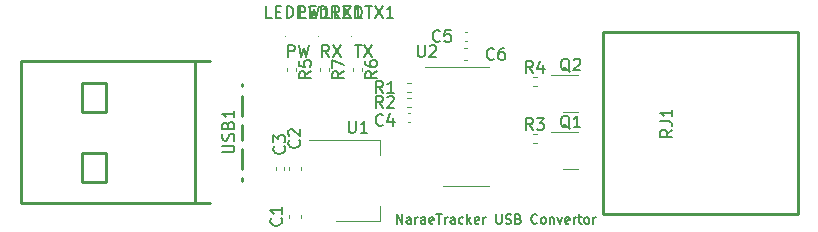
<source format=gbr>
%TF.GenerationSoftware,KiCad,Pcbnew,(6.0.4)*%
%TF.CreationDate,2023-01-25T09:54:27+09:00*%
%TF.ProjectId,naraetracker-usb-convertor,6e617261-6574-4726-9163-6b65722d7573,rev?*%
%TF.SameCoordinates,Original*%
%TF.FileFunction,Legend,Top*%
%TF.FilePolarity,Positive*%
%FSLAX46Y46*%
G04 Gerber Fmt 4.6, Leading zero omitted, Abs format (unit mm)*
G04 Created by KiCad (PCBNEW (6.0.4)) date 2023-01-25 09:54:27*
%MOMM*%
%LPD*%
G01*
G04 APERTURE LIST*
%ADD10C,0.150000*%
%ADD11C,0.200000*%
%ADD12C,0.120000*%
%ADD13C,0.100000*%
%ADD14C,0.250000*%
G04 APERTURE END LIST*
D10*
X119381047Y-96627904D02*
X119381047Y-95827904D01*
X119838190Y-96627904D01*
X119838190Y-95827904D01*
X120562000Y-96627904D02*
X120562000Y-96208857D01*
X120523904Y-96132666D01*
X120447714Y-96094571D01*
X120295333Y-96094571D01*
X120219142Y-96132666D01*
X120562000Y-96589809D02*
X120485809Y-96627904D01*
X120295333Y-96627904D01*
X120219142Y-96589809D01*
X120181047Y-96513619D01*
X120181047Y-96437428D01*
X120219142Y-96361238D01*
X120295333Y-96323142D01*
X120485809Y-96323142D01*
X120562000Y-96285047D01*
X120942952Y-96627904D02*
X120942952Y-96094571D01*
X120942952Y-96246952D02*
X120981047Y-96170761D01*
X121019142Y-96132666D01*
X121095333Y-96094571D01*
X121171523Y-96094571D01*
X121781047Y-96627904D02*
X121781047Y-96208857D01*
X121742952Y-96132666D01*
X121666761Y-96094571D01*
X121514380Y-96094571D01*
X121438190Y-96132666D01*
X121781047Y-96589809D02*
X121704857Y-96627904D01*
X121514380Y-96627904D01*
X121438190Y-96589809D01*
X121400095Y-96513619D01*
X121400095Y-96437428D01*
X121438190Y-96361238D01*
X121514380Y-96323142D01*
X121704857Y-96323142D01*
X121781047Y-96285047D01*
X122466761Y-96589809D02*
X122390571Y-96627904D01*
X122238190Y-96627904D01*
X122162000Y-96589809D01*
X122123904Y-96513619D01*
X122123904Y-96208857D01*
X122162000Y-96132666D01*
X122238190Y-96094571D01*
X122390571Y-96094571D01*
X122466761Y-96132666D01*
X122504857Y-96208857D01*
X122504857Y-96285047D01*
X122123904Y-96361238D01*
X122733428Y-95827904D02*
X123190571Y-95827904D01*
X122962000Y-96627904D02*
X122962000Y-95827904D01*
X123457238Y-96627904D02*
X123457238Y-96094571D01*
X123457238Y-96246952D02*
X123495333Y-96170761D01*
X123533428Y-96132666D01*
X123609619Y-96094571D01*
X123685809Y-96094571D01*
X124295333Y-96627904D02*
X124295333Y-96208857D01*
X124257238Y-96132666D01*
X124181047Y-96094571D01*
X124028666Y-96094571D01*
X123952476Y-96132666D01*
X124295333Y-96589809D02*
X124219142Y-96627904D01*
X124028666Y-96627904D01*
X123952476Y-96589809D01*
X123914380Y-96513619D01*
X123914380Y-96437428D01*
X123952476Y-96361238D01*
X124028666Y-96323142D01*
X124219142Y-96323142D01*
X124295333Y-96285047D01*
X125019142Y-96589809D02*
X124942952Y-96627904D01*
X124790571Y-96627904D01*
X124714380Y-96589809D01*
X124676285Y-96551714D01*
X124638190Y-96475523D01*
X124638190Y-96246952D01*
X124676285Y-96170761D01*
X124714380Y-96132666D01*
X124790571Y-96094571D01*
X124942952Y-96094571D01*
X125019142Y-96132666D01*
X125362000Y-96627904D02*
X125362000Y-95827904D01*
X125438190Y-96323142D02*
X125666761Y-96627904D01*
X125666761Y-96094571D02*
X125362000Y-96399333D01*
X126314380Y-96589809D02*
X126238190Y-96627904D01*
X126085809Y-96627904D01*
X126009619Y-96589809D01*
X125971523Y-96513619D01*
X125971523Y-96208857D01*
X126009619Y-96132666D01*
X126085809Y-96094571D01*
X126238190Y-96094571D01*
X126314380Y-96132666D01*
X126352476Y-96208857D01*
X126352476Y-96285047D01*
X125971523Y-96361238D01*
X126695333Y-96627904D02*
X126695333Y-96094571D01*
X126695333Y-96246952D02*
X126733428Y-96170761D01*
X126771523Y-96132666D01*
X126847714Y-96094571D01*
X126923904Y-96094571D01*
X127800095Y-95827904D02*
X127800095Y-96475523D01*
X127838190Y-96551714D01*
X127876285Y-96589809D01*
X127952476Y-96627904D01*
X128104857Y-96627904D01*
X128181047Y-96589809D01*
X128219142Y-96551714D01*
X128257238Y-96475523D01*
X128257238Y-95827904D01*
X128600095Y-96589809D02*
X128714380Y-96627904D01*
X128904857Y-96627904D01*
X128981047Y-96589809D01*
X129019142Y-96551714D01*
X129057238Y-96475523D01*
X129057238Y-96399333D01*
X129019142Y-96323142D01*
X128981047Y-96285047D01*
X128904857Y-96246952D01*
X128752476Y-96208857D01*
X128676285Y-96170761D01*
X128638190Y-96132666D01*
X128600095Y-96056476D01*
X128600095Y-95980285D01*
X128638190Y-95904095D01*
X128676285Y-95866000D01*
X128752476Y-95827904D01*
X128942952Y-95827904D01*
X129057238Y-95866000D01*
X129666761Y-96208857D02*
X129781047Y-96246952D01*
X129819142Y-96285047D01*
X129857238Y-96361238D01*
X129857238Y-96475523D01*
X129819142Y-96551714D01*
X129781047Y-96589809D01*
X129704857Y-96627904D01*
X129400095Y-96627904D01*
X129400095Y-95827904D01*
X129666761Y-95827904D01*
X129742952Y-95866000D01*
X129781047Y-95904095D01*
X129819142Y-95980285D01*
X129819142Y-96056476D01*
X129781047Y-96132666D01*
X129742952Y-96170761D01*
X129666761Y-96208857D01*
X129400095Y-96208857D01*
X131266761Y-96551714D02*
X131228666Y-96589809D01*
X131114380Y-96627904D01*
X131038190Y-96627904D01*
X130923904Y-96589809D01*
X130847714Y-96513619D01*
X130809619Y-96437428D01*
X130771523Y-96285047D01*
X130771523Y-96170761D01*
X130809619Y-96018380D01*
X130847714Y-95942190D01*
X130923904Y-95866000D01*
X131038190Y-95827904D01*
X131114380Y-95827904D01*
X131228666Y-95866000D01*
X131266761Y-95904095D01*
X131723904Y-96627904D02*
X131647714Y-96589809D01*
X131609619Y-96551714D01*
X131571523Y-96475523D01*
X131571523Y-96246952D01*
X131609619Y-96170761D01*
X131647714Y-96132666D01*
X131723904Y-96094571D01*
X131838190Y-96094571D01*
X131914380Y-96132666D01*
X131952476Y-96170761D01*
X131990571Y-96246952D01*
X131990571Y-96475523D01*
X131952476Y-96551714D01*
X131914380Y-96589809D01*
X131838190Y-96627904D01*
X131723904Y-96627904D01*
X132333428Y-96094571D02*
X132333428Y-96627904D01*
X132333428Y-96170761D02*
X132371523Y-96132666D01*
X132447714Y-96094571D01*
X132562000Y-96094571D01*
X132638190Y-96132666D01*
X132676285Y-96208857D01*
X132676285Y-96627904D01*
X132981047Y-96094571D02*
X133171523Y-96627904D01*
X133362000Y-96094571D01*
X133971523Y-96589809D02*
X133895333Y-96627904D01*
X133742952Y-96627904D01*
X133666761Y-96589809D01*
X133628666Y-96513619D01*
X133628666Y-96208857D01*
X133666761Y-96132666D01*
X133742952Y-96094571D01*
X133895333Y-96094571D01*
X133971523Y-96132666D01*
X134009619Y-96208857D01*
X134009619Y-96285047D01*
X133628666Y-96361238D01*
X134352476Y-96627904D02*
X134352476Y-96094571D01*
X134352476Y-96246952D02*
X134390571Y-96170761D01*
X134428666Y-96132666D01*
X134504857Y-96094571D01*
X134581047Y-96094571D01*
X134733428Y-96094571D02*
X135038190Y-96094571D01*
X134847714Y-95827904D02*
X134847714Y-96513619D01*
X134885809Y-96589809D01*
X134962000Y-96627904D01*
X135038190Y-96627904D01*
X135419142Y-96627904D02*
X135342952Y-96589809D01*
X135304857Y-96551714D01*
X135266761Y-96475523D01*
X135266761Y-96246952D01*
X135304857Y-96170761D01*
X135342952Y-96132666D01*
X135419142Y-96094571D01*
X135533428Y-96094571D01*
X135609619Y-96132666D01*
X135647714Y-96170761D01*
X135685809Y-96246952D01*
X135685809Y-96475523D01*
X135647714Y-96551714D01*
X135609619Y-96589809D01*
X135533428Y-96627904D01*
X135419142Y-96627904D01*
X136028666Y-96627904D02*
X136028666Y-96094571D01*
X136028666Y-96246952D02*
X136066761Y-96170761D01*
X136104857Y-96132666D01*
X136181047Y-96094571D01*
X136257238Y-96094571D01*
D11*
X110164666Y-82494380D02*
X110164666Y-81494380D01*
X110545619Y-81494380D01*
X110640857Y-81542000D01*
X110688476Y-81589619D01*
X110736095Y-81684857D01*
X110736095Y-81827714D01*
X110688476Y-81922952D01*
X110640857Y-81970571D01*
X110545619Y-82018190D01*
X110164666Y-82018190D01*
X111069428Y-81494380D02*
X111307523Y-82494380D01*
X111498000Y-81780095D01*
X111688476Y-82494380D01*
X111926571Y-81494380D01*
X113625333Y-82494380D02*
X113292000Y-82018190D01*
X113053904Y-82494380D02*
X113053904Y-81494380D01*
X113434857Y-81494380D01*
X113530095Y-81542000D01*
X113577714Y-81589619D01*
X113625333Y-81684857D01*
X113625333Y-81827714D01*
X113577714Y-81922952D01*
X113530095Y-81970571D01*
X113434857Y-82018190D01*
X113053904Y-82018190D01*
X113958666Y-81494380D02*
X114625333Y-82494380D01*
X114625333Y-81494380D02*
X113958666Y-82494380D01*
X115824095Y-81494380D02*
X116395523Y-81494380D01*
X116109809Y-82494380D02*
X116109809Y-81494380D01*
X116633619Y-81494380D02*
X117300285Y-82494380D01*
X117300285Y-81494380D02*
X116633619Y-82494380D01*
D10*
%TO.C,U2*%
X121158095Y-81494380D02*
X121158095Y-82303904D01*
X121205714Y-82399142D01*
X121253333Y-82446761D01*
X121348571Y-82494380D01*
X121539047Y-82494380D01*
X121634285Y-82446761D01*
X121681904Y-82399142D01*
X121729523Y-82303904D01*
X121729523Y-81494380D01*
X122158095Y-81589619D02*
X122205714Y-81542000D01*
X122300952Y-81494380D01*
X122539047Y-81494380D01*
X122634285Y-81542000D01*
X122681904Y-81589619D01*
X122729523Y-81684857D01*
X122729523Y-81780095D01*
X122681904Y-81922952D01*
X122110476Y-82494380D01*
X122729523Y-82494380D01*
%TO.C,C1*%
X109577142Y-96165666D02*
X109624761Y-96213285D01*
X109672380Y-96356142D01*
X109672380Y-96451380D01*
X109624761Y-96594238D01*
X109529523Y-96689476D01*
X109434285Y-96737095D01*
X109243809Y-96784714D01*
X109100952Y-96784714D01*
X108910476Y-96737095D01*
X108815238Y-96689476D01*
X108720000Y-96594238D01*
X108672380Y-96451380D01*
X108672380Y-96356142D01*
X108720000Y-96213285D01*
X108767619Y-96165666D01*
X109672380Y-95213285D02*
X109672380Y-95784714D01*
X109672380Y-95499000D02*
X108672380Y-95499000D01*
X108815238Y-95594238D01*
X108910476Y-95689476D01*
X108958095Y-95784714D01*
%TO.C,R4*%
X130897333Y-83864380D02*
X130564000Y-83388190D01*
X130325904Y-83864380D02*
X130325904Y-82864380D01*
X130706857Y-82864380D01*
X130802095Y-82912000D01*
X130849714Y-82959619D01*
X130897333Y-83054857D01*
X130897333Y-83197714D01*
X130849714Y-83292952D01*
X130802095Y-83340571D01*
X130706857Y-83388190D01*
X130325904Y-83388190D01*
X131754476Y-83197714D02*
X131754476Y-83864380D01*
X131516380Y-82816761D02*
X131278285Y-83531047D01*
X131897333Y-83531047D01*
%TO.C,C5*%
X123023333Y-81129142D02*
X122975714Y-81176761D01*
X122832857Y-81224380D01*
X122737619Y-81224380D01*
X122594761Y-81176761D01*
X122499523Y-81081523D01*
X122451904Y-80986285D01*
X122404285Y-80795809D01*
X122404285Y-80652952D01*
X122451904Y-80462476D01*
X122499523Y-80367238D01*
X122594761Y-80272000D01*
X122737619Y-80224380D01*
X122832857Y-80224380D01*
X122975714Y-80272000D01*
X123023333Y-80319619D01*
X123928095Y-80224380D02*
X123451904Y-80224380D01*
X123404285Y-80700571D01*
X123451904Y-80652952D01*
X123547142Y-80605333D01*
X123785238Y-80605333D01*
X123880476Y-80652952D01*
X123928095Y-80700571D01*
X123975714Y-80795809D01*
X123975714Y-81033904D01*
X123928095Y-81129142D01*
X123880476Y-81176761D01*
X123785238Y-81224380D01*
X123547142Y-81224380D01*
X123451904Y-81176761D01*
X123404285Y-81129142D01*
%TO.C,C3*%
X109831142Y-90082666D02*
X109878761Y-90130285D01*
X109926380Y-90273142D01*
X109926380Y-90368380D01*
X109878761Y-90511238D01*
X109783523Y-90606476D01*
X109688285Y-90654095D01*
X109497809Y-90701714D01*
X109354952Y-90701714D01*
X109164476Y-90654095D01*
X109069238Y-90606476D01*
X108974000Y-90511238D01*
X108926380Y-90368380D01*
X108926380Y-90273142D01*
X108974000Y-90130285D01*
X109021619Y-90082666D01*
X108926380Y-89749333D02*
X108926380Y-89130285D01*
X109307333Y-89463619D01*
X109307333Y-89320761D01*
X109354952Y-89225523D01*
X109402571Y-89177904D01*
X109497809Y-89130285D01*
X109735904Y-89130285D01*
X109831142Y-89177904D01*
X109878761Y-89225523D01*
X109926380Y-89320761D01*
X109926380Y-89606476D01*
X109878761Y-89701714D01*
X109831142Y-89749333D01*
%TO.C,LEDRX1*%
X111696761Y-79192380D02*
X111220571Y-79192380D01*
X111220571Y-78192380D01*
X112030095Y-78668571D02*
X112363428Y-78668571D01*
X112506285Y-79192380D02*
X112030095Y-79192380D01*
X112030095Y-78192380D01*
X112506285Y-78192380D01*
X112934857Y-79192380D02*
X112934857Y-78192380D01*
X113172952Y-78192380D01*
X113315809Y-78240000D01*
X113411047Y-78335238D01*
X113458666Y-78430476D01*
X113506285Y-78620952D01*
X113506285Y-78763809D01*
X113458666Y-78954285D01*
X113411047Y-79049523D01*
X113315809Y-79144761D01*
X113172952Y-79192380D01*
X112934857Y-79192380D01*
X114506285Y-79192380D02*
X114172952Y-78716190D01*
X113934857Y-79192380D02*
X113934857Y-78192380D01*
X114315809Y-78192380D01*
X114411047Y-78240000D01*
X114458666Y-78287619D01*
X114506285Y-78382857D01*
X114506285Y-78525714D01*
X114458666Y-78620952D01*
X114411047Y-78668571D01*
X114315809Y-78716190D01*
X113934857Y-78716190D01*
X114839619Y-78192380D02*
X115506285Y-79192380D01*
X115506285Y-78192380D02*
X114839619Y-79192380D01*
X116411047Y-79192380D02*
X115839619Y-79192380D01*
X116125333Y-79192380D02*
X116125333Y-78192380D01*
X116030095Y-78335238D01*
X115934857Y-78430476D01*
X115839619Y-78478095D01*
%TO.C,LEDPW1*%
X108807523Y-79192380D02*
X108331333Y-79192380D01*
X108331333Y-78192380D01*
X109140857Y-78668571D02*
X109474190Y-78668571D01*
X109617047Y-79192380D02*
X109140857Y-79192380D01*
X109140857Y-78192380D01*
X109617047Y-78192380D01*
X110045619Y-79192380D02*
X110045619Y-78192380D01*
X110283714Y-78192380D01*
X110426571Y-78240000D01*
X110521809Y-78335238D01*
X110569428Y-78430476D01*
X110617047Y-78620952D01*
X110617047Y-78763809D01*
X110569428Y-78954285D01*
X110521809Y-79049523D01*
X110426571Y-79144761D01*
X110283714Y-79192380D01*
X110045619Y-79192380D01*
X111045619Y-79192380D02*
X111045619Y-78192380D01*
X111426571Y-78192380D01*
X111521809Y-78240000D01*
X111569428Y-78287619D01*
X111617047Y-78382857D01*
X111617047Y-78525714D01*
X111569428Y-78620952D01*
X111521809Y-78668571D01*
X111426571Y-78716190D01*
X111045619Y-78716190D01*
X111950380Y-78192380D02*
X112188476Y-79192380D01*
X112378952Y-78478095D01*
X112569428Y-79192380D01*
X112807523Y-78192380D01*
X113712285Y-79192380D02*
X113140857Y-79192380D01*
X113426571Y-79192380D02*
X113426571Y-78192380D01*
X113331333Y-78335238D01*
X113236095Y-78430476D01*
X113140857Y-78478095D01*
%TO.C,RJ1*%
X142692380Y-88680619D02*
X142216190Y-89013952D01*
X142692380Y-89252047D02*
X141692380Y-89252047D01*
X141692380Y-88871095D01*
X141740000Y-88775857D01*
X141787619Y-88728238D01*
X141882857Y-88680619D01*
X142025714Y-88680619D01*
X142120952Y-88728238D01*
X142168571Y-88775857D01*
X142216190Y-88871095D01*
X142216190Y-89252047D01*
X141692380Y-87966333D02*
X142406666Y-87966333D01*
X142549523Y-88013952D01*
X142644761Y-88109190D01*
X142692380Y-88252047D01*
X142692380Y-88347285D01*
X142692380Y-86966333D02*
X142692380Y-87537761D01*
X142692380Y-87252047D02*
X141692380Y-87252047D01*
X141835238Y-87347285D01*
X141930476Y-87442523D01*
X141978095Y-87537761D01*
%TO.C,U1*%
X115316095Y-87916380D02*
X115316095Y-88725904D01*
X115363714Y-88821142D01*
X115411333Y-88868761D01*
X115506571Y-88916380D01*
X115697047Y-88916380D01*
X115792285Y-88868761D01*
X115839904Y-88821142D01*
X115887523Y-88725904D01*
X115887523Y-87916380D01*
X116887523Y-88916380D02*
X116316095Y-88916380D01*
X116601809Y-88916380D02*
X116601809Y-87916380D01*
X116506571Y-88059238D01*
X116411333Y-88154476D01*
X116316095Y-88202095D01*
%TO.C,USB1*%
X104608380Y-90585095D02*
X105417904Y-90585095D01*
X105513142Y-90537476D01*
X105560761Y-90489857D01*
X105608380Y-90394619D01*
X105608380Y-90204142D01*
X105560761Y-90108904D01*
X105513142Y-90061285D01*
X105417904Y-90013666D01*
X104608380Y-90013666D01*
X105560761Y-89585095D02*
X105608380Y-89442238D01*
X105608380Y-89204142D01*
X105560761Y-89108904D01*
X105513142Y-89061285D01*
X105417904Y-89013666D01*
X105322666Y-89013666D01*
X105227428Y-89061285D01*
X105179809Y-89108904D01*
X105132190Y-89204142D01*
X105084571Y-89394619D01*
X105036952Y-89489857D01*
X104989333Y-89537476D01*
X104894095Y-89585095D01*
X104798857Y-89585095D01*
X104703619Y-89537476D01*
X104656000Y-89489857D01*
X104608380Y-89394619D01*
X104608380Y-89156523D01*
X104656000Y-89013666D01*
X105084571Y-88251761D02*
X105132190Y-88108904D01*
X105179809Y-88061285D01*
X105275047Y-88013666D01*
X105417904Y-88013666D01*
X105513142Y-88061285D01*
X105560761Y-88108904D01*
X105608380Y-88204142D01*
X105608380Y-88585095D01*
X104608380Y-88585095D01*
X104608380Y-88251761D01*
X104656000Y-88156523D01*
X104703619Y-88108904D01*
X104798857Y-88061285D01*
X104894095Y-88061285D01*
X104989333Y-88108904D01*
X105036952Y-88156523D01*
X105084571Y-88251761D01*
X105084571Y-88585095D01*
X105608380Y-87061285D02*
X105608380Y-87632714D01*
X105608380Y-87347000D02*
X104608380Y-87347000D01*
X104751238Y-87442238D01*
X104846476Y-87537476D01*
X104894095Y-87632714D01*
%TO.C,R2*%
X118195333Y-86812380D02*
X117862000Y-86336190D01*
X117623904Y-86812380D02*
X117623904Y-85812380D01*
X118004857Y-85812380D01*
X118100095Y-85860000D01*
X118147714Y-85907619D01*
X118195333Y-86002857D01*
X118195333Y-86145714D01*
X118147714Y-86240952D01*
X118100095Y-86288571D01*
X118004857Y-86336190D01*
X117623904Y-86336190D01*
X118576285Y-85907619D02*
X118623904Y-85860000D01*
X118719142Y-85812380D01*
X118957238Y-85812380D01*
X119052476Y-85860000D01*
X119100095Y-85907619D01*
X119147714Y-86002857D01*
X119147714Y-86098095D01*
X119100095Y-86240952D01*
X118528666Y-86812380D01*
X119147714Y-86812380D01*
%TO.C,R6*%
X117700380Y-83734666D02*
X117224190Y-84068000D01*
X117700380Y-84306095D02*
X116700380Y-84306095D01*
X116700380Y-83925142D01*
X116748000Y-83829904D01*
X116795619Y-83782285D01*
X116890857Y-83734666D01*
X117033714Y-83734666D01*
X117128952Y-83782285D01*
X117176571Y-83829904D01*
X117224190Y-83925142D01*
X117224190Y-84306095D01*
X116700380Y-82877523D02*
X116700380Y-83068000D01*
X116748000Y-83163238D01*
X116795619Y-83210857D01*
X116938476Y-83306095D01*
X117128952Y-83353714D01*
X117509904Y-83353714D01*
X117605142Y-83306095D01*
X117652761Y-83258476D01*
X117700380Y-83163238D01*
X117700380Y-82972761D01*
X117652761Y-82877523D01*
X117605142Y-82829904D01*
X117509904Y-82782285D01*
X117271809Y-82782285D01*
X117176571Y-82829904D01*
X117128952Y-82877523D01*
X117081333Y-82972761D01*
X117081333Y-83163238D01*
X117128952Y-83258476D01*
X117176571Y-83306095D01*
X117271809Y-83353714D01*
%TO.C,R1*%
X118195333Y-85542380D02*
X117862000Y-85066190D01*
X117623904Y-85542380D02*
X117623904Y-84542380D01*
X118004857Y-84542380D01*
X118100095Y-84590000D01*
X118147714Y-84637619D01*
X118195333Y-84732857D01*
X118195333Y-84875714D01*
X118147714Y-84970952D01*
X118100095Y-85018571D01*
X118004857Y-85066190D01*
X117623904Y-85066190D01*
X119147714Y-85542380D02*
X118576285Y-85542380D01*
X118862000Y-85542380D02*
X118862000Y-84542380D01*
X118766761Y-84685238D01*
X118671523Y-84780476D01*
X118576285Y-84828095D01*
%TO.C,R5*%
X112112380Y-83734666D02*
X111636190Y-84068000D01*
X112112380Y-84306095D02*
X111112380Y-84306095D01*
X111112380Y-83925142D01*
X111160000Y-83829904D01*
X111207619Y-83782285D01*
X111302857Y-83734666D01*
X111445714Y-83734666D01*
X111540952Y-83782285D01*
X111588571Y-83829904D01*
X111636190Y-83925142D01*
X111636190Y-84306095D01*
X111112380Y-82829904D02*
X111112380Y-83306095D01*
X111588571Y-83353714D01*
X111540952Y-83306095D01*
X111493333Y-83210857D01*
X111493333Y-82972761D01*
X111540952Y-82877523D01*
X111588571Y-82829904D01*
X111683809Y-82782285D01*
X111921904Y-82782285D01*
X112017142Y-82829904D01*
X112064761Y-82877523D01*
X112112380Y-82972761D01*
X112112380Y-83210857D01*
X112064761Y-83306095D01*
X112017142Y-83353714D01*
%TO.C,Q2*%
X134016761Y-83745619D02*
X133921523Y-83698000D01*
X133826285Y-83602761D01*
X133683428Y-83459904D01*
X133588190Y-83412285D01*
X133492952Y-83412285D01*
X133540571Y-83650380D02*
X133445333Y-83602761D01*
X133350095Y-83507523D01*
X133302476Y-83317047D01*
X133302476Y-82983714D01*
X133350095Y-82793238D01*
X133445333Y-82698000D01*
X133540571Y-82650380D01*
X133731047Y-82650380D01*
X133826285Y-82698000D01*
X133921523Y-82793238D01*
X133969142Y-82983714D01*
X133969142Y-83317047D01*
X133921523Y-83507523D01*
X133826285Y-83602761D01*
X133731047Y-83650380D01*
X133540571Y-83650380D01*
X134350095Y-82745619D02*
X134397714Y-82698000D01*
X134492952Y-82650380D01*
X134731047Y-82650380D01*
X134826285Y-82698000D01*
X134873904Y-82745619D01*
X134921523Y-82840857D01*
X134921523Y-82936095D01*
X134873904Y-83078952D01*
X134302476Y-83650380D01*
X134921523Y-83650380D01*
%TO.C,LEDTX1*%
X114609809Y-79192380D02*
X114133619Y-79192380D01*
X114133619Y-78192380D01*
X114943142Y-78668571D02*
X115276476Y-78668571D01*
X115419333Y-79192380D02*
X114943142Y-79192380D01*
X114943142Y-78192380D01*
X115419333Y-78192380D01*
X115847904Y-79192380D02*
X115847904Y-78192380D01*
X116086000Y-78192380D01*
X116228857Y-78240000D01*
X116324095Y-78335238D01*
X116371714Y-78430476D01*
X116419333Y-78620952D01*
X116419333Y-78763809D01*
X116371714Y-78954285D01*
X116324095Y-79049523D01*
X116228857Y-79144761D01*
X116086000Y-79192380D01*
X115847904Y-79192380D01*
X116705047Y-78192380D02*
X117276476Y-78192380D01*
X116990761Y-79192380D02*
X116990761Y-78192380D01*
X117514571Y-78192380D02*
X118181238Y-79192380D01*
X118181238Y-78192380D02*
X117514571Y-79192380D01*
X119086000Y-79192380D02*
X118514571Y-79192380D01*
X118800285Y-79192380D02*
X118800285Y-78192380D01*
X118705047Y-78335238D01*
X118609809Y-78430476D01*
X118514571Y-78478095D01*
%TO.C,C2*%
X111101142Y-89574666D02*
X111148761Y-89622285D01*
X111196380Y-89765142D01*
X111196380Y-89860380D01*
X111148761Y-90003238D01*
X111053523Y-90098476D01*
X110958285Y-90146095D01*
X110767809Y-90193714D01*
X110624952Y-90193714D01*
X110434476Y-90146095D01*
X110339238Y-90098476D01*
X110244000Y-90003238D01*
X110196380Y-89860380D01*
X110196380Y-89765142D01*
X110244000Y-89622285D01*
X110291619Y-89574666D01*
X110291619Y-89193714D02*
X110244000Y-89146095D01*
X110196380Y-89050857D01*
X110196380Y-88812761D01*
X110244000Y-88717523D01*
X110291619Y-88669904D01*
X110386857Y-88622285D01*
X110482095Y-88622285D01*
X110624952Y-88669904D01*
X111196380Y-89241333D01*
X111196380Y-88622285D01*
%TO.C,C4*%
X118197333Y-88241142D02*
X118149714Y-88288761D01*
X118006857Y-88336380D01*
X117911619Y-88336380D01*
X117768761Y-88288761D01*
X117673523Y-88193523D01*
X117625904Y-88098285D01*
X117578285Y-87907809D01*
X117578285Y-87764952D01*
X117625904Y-87574476D01*
X117673523Y-87479238D01*
X117768761Y-87384000D01*
X117911619Y-87336380D01*
X118006857Y-87336380D01*
X118149714Y-87384000D01*
X118197333Y-87431619D01*
X119054476Y-87669714D02*
X119054476Y-88336380D01*
X118816380Y-87288761D02*
X118578285Y-88003047D01*
X119197333Y-88003047D01*
%TO.C,R7*%
X114906380Y-83734666D02*
X114430190Y-84068000D01*
X114906380Y-84306095D02*
X113906380Y-84306095D01*
X113906380Y-83925142D01*
X113954000Y-83829904D01*
X114001619Y-83782285D01*
X114096857Y-83734666D01*
X114239714Y-83734666D01*
X114334952Y-83782285D01*
X114382571Y-83829904D01*
X114430190Y-83925142D01*
X114430190Y-84306095D01*
X113906380Y-83401333D02*
X113906380Y-82734666D01*
X114906380Y-83163238D01*
%TO.C,Q1*%
X134016761Y-88571619D02*
X133921523Y-88524000D01*
X133826285Y-88428761D01*
X133683428Y-88285904D01*
X133588190Y-88238285D01*
X133492952Y-88238285D01*
X133540571Y-88476380D02*
X133445333Y-88428761D01*
X133350095Y-88333523D01*
X133302476Y-88143047D01*
X133302476Y-87809714D01*
X133350095Y-87619238D01*
X133445333Y-87524000D01*
X133540571Y-87476380D01*
X133731047Y-87476380D01*
X133826285Y-87524000D01*
X133921523Y-87619238D01*
X133969142Y-87809714D01*
X133969142Y-88143047D01*
X133921523Y-88333523D01*
X133826285Y-88428761D01*
X133731047Y-88476380D01*
X133540571Y-88476380D01*
X134921523Y-88476380D02*
X134350095Y-88476380D01*
X134635809Y-88476380D02*
X134635809Y-87476380D01*
X134540571Y-87619238D01*
X134445333Y-87714476D01*
X134350095Y-87762095D01*
%TO.C,C6*%
X127595333Y-82653142D02*
X127547714Y-82700761D01*
X127404857Y-82748380D01*
X127309619Y-82748380D01*
X127166761Y-82700761D01*
X127071523Y-82605523D01*
X127023904Y-82510285D01*
X126976285Y-82319809D01*
X126976285Y-82176952D01*
X127023904Y-81986476D01*
X127071523Y-81891238D01*
X127166761Y-81796000D01*
X127309619Y-81748380D01*
X127404857Y-81748380D01*
X127547714Y-81796000D01*
X127595333Y-81843619D01*
X128452476Y-81748380D02*
X128262000Y-81748380D01*
X128166761Y-81796000D01*
X128119142Y-81843619D01*
X128023904Y-81986476D01*
X127976285Y-82176952D01*
X127976285Y-82557904D01*
X128023904Y-82653142D01*
X128071523Y-82700761D01*
X128166761Y-82748380D01*
X128357238Y-82748380D01*
X128452476Y-82700761D01*
X128500095Y-82653142D01*
X128547714Y-82557904D01*
X128547714Y-82319809D01*
X128500095Y-82224571D01*
X128452476Y-82176952D01*
X128357238Y-82129333D01*
X128166761Y-82129333D01*
X128071523Y-82176952D01*
X128023904Y-82224571D01*
X127976285Y-82319809D01*
%TO.C,R3*%
X130895333Y-88690380D02*
X130562000Y-88214190D01*
X130323904Y-88690380D02*
X130323904Y-87690380D01*
X130704857Y-87690380D01*
X130800095Y-87738000D01*
X130847714Y-87785619D01*
X130895333Y-87880857D01*
X130895333Y-88023714D01*
X130847714Y-88118952D01*
X130800095Y-88166571D01*
X130704857Y-88214190D01*
X130323904Y-88214190D01*
X131228666Y-87690380D02*
X131847714Y-87690380D01*
X131514380Y-88071333D01*
X131657238Y-88071333D01*
X131752476Y-88118952D01*
X131800095Y-88166571D01*
X131847714Y-88261809D01*
X131847714Y-88499904D01*
X131800095Y-88595142D01*
X131752476Y-88642761D01*
X131657238Y-88690380D01*
X131371523Y-88690380D01*
X131276285Y-88642761D01*
X131228666Y-88595142D01*
D12*
%TO.C,U2*%
X125222000Y-93452000D02*
X127172000Y-93452000D01*
X125222000Y-83332000D02*
X121772000Y-83332000D01*
X125222000Y-83332000D02*
X127172000Y-83332000D01*
X125222000Y-93452000D02*
X123272000Y-93452000D01*
%TO.C,C1*%
X111254000Y-95858420D02*
X111254000Y-96139580D01*
X110234000Y-95858420D02*
X110234000Y-96139580D01*
%TO.C,R4*%
X130910359Y-84202000D02*
X131217641Y-84202000D01*
X130910359Y-84962000D02*
X131217641Y-84962000D01*
%TO.C,C5*%
X125142164Y-80412000D02*
X125357836Y-80412000D01*
X125142164Y-81132000D02*
X125357836Y-81132000D01*
%TO.C,C3*%
X109114000Y-92055836D02*
X109114000Y-91840164D01*
X109834000Y-92055836D02*
X109834000Y-91840164D01*
D13*
%TO.C,LEDRX1*%
X112775000Y-80772000D02*
G75*
G03*
X112775000Y-80772000I-50000J0D01*
G01*
%TO.C,LEDPW1*%
X109981000Y-80772000D02*
G75*
G03*
X109981000Y-80772000I-50000J0D01*
G01*
D14*
%TO.C,RJ1*%
X136812000Y-95838000D02*
X153312000Y-95838000D01*
X153312000Y-80428000D02*
X136812000Y-80428000D01*
X136812000Y-80428000D02*
X136812000Y-95838000D01*
X153312000Y-80428000D02*
X153312000Y-95838000D01*
D12*
%TO.C,U1*%
X117988000Y-96374000D02*
X117988000Y-95114000D01*
X117988000Y-89554000D02*
X117988000Y-90814000D01*
X114228000Y-96374000D02*
X117988000Y-96374000D01*
X111978000Y-89554000D02*
X117988000Y-89554000D01*
D14*
%TO.C,USB1*%
X92731000Y-84680000D02*
X94731000Y-84680000D01*
X92731000Y-90660000D02*
X92731000Y-93130000D01*
X92731000Y-87130000D02*
X94731000Y-87130000D01*
X94731000Y-84680000D02*
X94731000Y-87130000D01*
X87561000Y-82890000D02*
X103591000Y-82890000D01*
X92731000Y-87130000D02*
X92731000Y-84680000D01*
X106281000Y-90290000D02*
X106281000Y-92000000D01*
X106281000Y-85790000D02*
X106281000Y-87500000D01*
X106281000Y-92790000D02*
X106281000Y-93010000D01*
X102281000Y-82890000D02*
X102281000Y-94900000D01*
X87561000Y-94900000D02*
X87561000Y-82890000D01*
X94731000Y-93130000D02*
X94731000Y-90660000D01*
X92731000Y-90660000D02*
X94731000Y-90660000D01*
X106281000Y-88290000D02*
X106281000Y-89500000D01*
X106281000Y-84780000D02*
X106281000Y-85000000D01*
X92731000Y-93130000D02*
X94731000Y-93130000D01*
X87561000Y-94900000D02*
X103581000Y-94900000D01*
D12*
%TO.C,R2*%
X120547641Y-85980000D02*
X120240359Y-85980000D01*
X120547641Y-86740000D02*
X120240359Y-86740000D01*
%TO.C,R6*%
X115698000Y-83414359D02*
X115698000Y-83721641D01*
X116458000Y-83414359D02*
X116458000Y-83721641D01*
%TO.C,R1*%
X120549641Y-85470000D02*
X120242359Y-85470000D01*
X120549641Y-84710000D02*
X120242359Y-84710000D01*
%TO.C,R5*%
X110870000Y-83414359D02*
X110870000Y-83721641D01*
X110110000Y-83414359D02*
X110110000Y-83721641D01*
%TO.C,Q2*%
X134112000Y-84038000D02*
X134762000Y-84038000D01*
X134112000Y-87158000D02*
X133462000Y-87158000D01*
X134112000Y-87158000D02*
X134762000Y-87158000D01*
X134112000Y-84038000D02*
X132437000Y-84038000D01*
D13*
%TO.C,LEDTX1*%
X115546000Y-80772000D02*
G75*
G03*
X115546000Y-80772000I-50000J0D01*
G01*
D12*
%TO.C,C2*%
X111254000Y-92075580D02*
X111254000Y-91794420D01*
X110234000Y-92075580D02*
X110234000Y-91794420D01*
%TO.C,C4*%
X120288164Y-87990000D02*
X120503836Y-87990000D01*
X120288164Y-87270000D02*
X120503836Y-87270000D01*
%TO.C,R7*%
X113664000Y-83414359D02*
X113664000Y-83721641D01*
X112904000Y-83414359D02*
X112904000Y-83721641D01*
%TO.C,Q1*%
X134112000Y-88864000D02*
X134762000Y-88864000D01*
X134112000Y-91984000D02*
X133462000Y-91984000D01*
X134112000Y-91984000D02*
X134762000Y-91984000D01*
X134112000Y-88864000D02*
X132437000Y-88864000D01*
%TO.C,C6*%
X125068420Y-81786000D02*
X125349580Y-81786000D01*
X125068420Y-82806000D02*
X125349580Y-82806000D01*
%TO.C,R3*%
X130908359Y-89028000D02*
X131215641Y-89028000D01*
X130908359Y-89788000D02*
X131215641Y-89788000D01*
%TD*%
M02*

</source>
